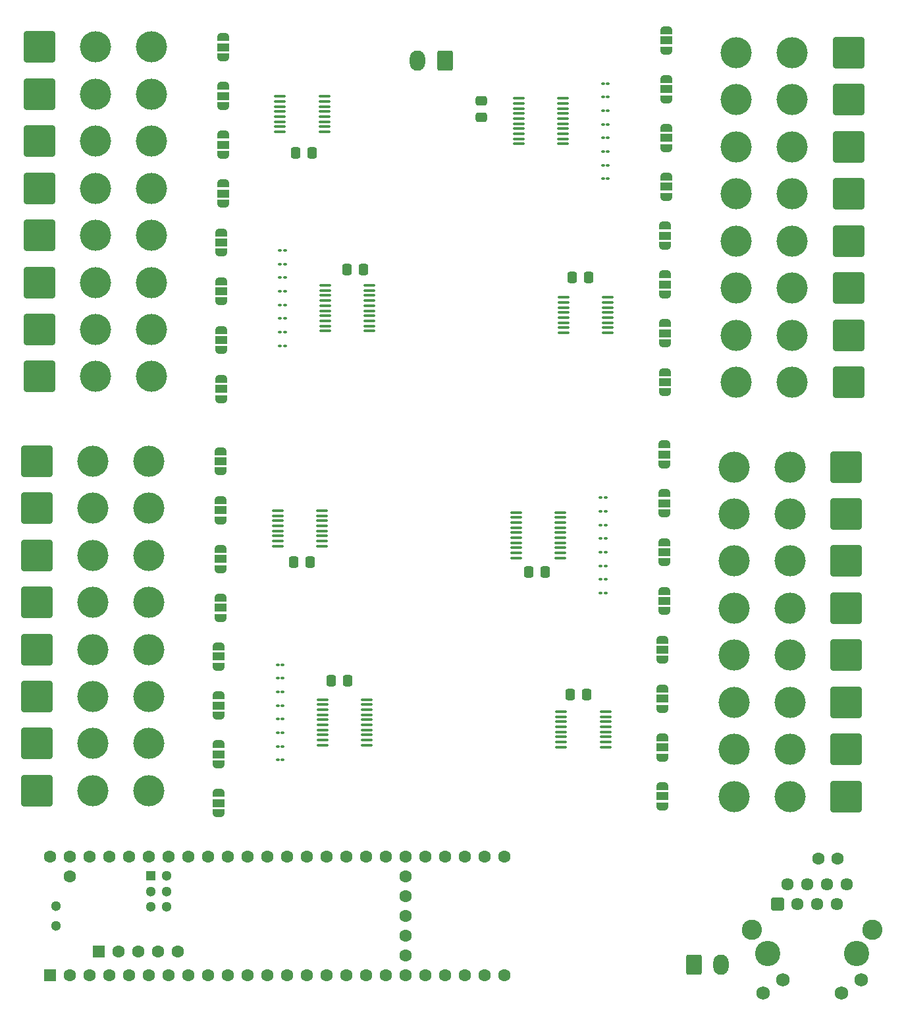
<source format=gbr>
%TF.GenerationSoftware,KiCad,Pcbnew,7.0.10*%
%TF.CreationDate,2024-02-22T16:17:49+01:00*%
%TF.ProjectId,PCB,5043422e-6b69-4636-9164-5f7063625858,rev?*%
%TF.SameCoordinates,Original*%
%TF.FileFunction,Soldermask,Top*%
%TF.FilePolarity,Negative*%
%FSLAX46Y46*%
G04 Gerber Fmt 4.6, Leading zero omitted, Abs format (unit mm)*
G04 Created by KiCad (PCBNEW 7.0.10) date 2024-02-22 16:17:49*
%MOMM*%
%LPD*%
G01*
G04 APERTURE LIST*
G04 Aperture macros list*
%AMRoundRect*
0 Rectangle with rounded corners*
0 $1 Rounding radius*
0 $2 $3 $4 $5 $6 $7 $8 $9 X,Y pos of 4 corners*
0 Add a 4 corners polygon primitive as box body*
4,1,4,$2,$3,$4,$5,$6,$7,$8,$9,$2,$3,0*
0 Add four circle primitives for the rounded corners*
1,1,$1+$1,$2,$3*
1,1,$1+$1,$4,$5*
1,1,$1+$1,$6,$7*
1,1,$1+$1,$8,$9*
0 Add four rect primitives between the rounded corners*
20,1,$1+$1,$2,$3,$4,$5,0*
20,1,$1+$1,$4,$5,$6,$7,0*
20,1,$1+$1,$6,$7,$8,$9,0*
20,1,$1+$1,$8,$9,$2,$3,0*%
%AMFreePoly0*
4,1,19,0.550000,-0.750000,0.000000,-0.750000,0.000000,-0.744911,-0.071157,-0.744911,-0.207708,-0.704816,-0.327430,-0.627875,-0.420627,-0.520320,-0.479746,-0.390866,-0.500000,-0.250000,-0.500000,0.250000,-0.479746,0.390866,-0.420627,0.520320,-0.327430,0.627875,-0.207708,0.704816,-0.071157,0.744911,0.000000,0.744911,0.000000,0.750000,0.550000,0.750000,0.550000,-0.750000,0.550000,-0.750000,
$1*%
%AMFreePoly1*
4,1,19,0.000000,0.744911,0.071157,0.744911,0.207708,0.704816,0.327430,0.627875,0.420627,0.520320,0.479746,0.390866,0.500000,0.250000,0.500000,-0.250000,0.479746,-0.390866,0.420627,-0.520320,0.327430,-0.627875,0.207708,-0.704816,0.071157,-0.744911,0.000000,-0.744911,0.000000,-0.750000,-0.550000,-0.750000,-0.550000,0.750000,0.000000,0.750000,0.000000,0.744911,0.000000,0.744911,
$1*%
G04 Aperture macros list end*
%ADD10FreePoly0,90.000000*%
%ADD11R,1.500000X1.000000*%
%ADD12FreePoly1,90.000000*%
%ADD13RoundRect,0.250000X1.750000X1.750000X-1.750000X1.750000X-1.750000X-1.750000X1.750000X-1.750000X0*%
%ADD14C,4.000000*%
%ADD15RoundRect,0.100000X0.637500X0.100000X-0.637500X0.100000X-0.637500X-0.100000X0.637500X-0.100000X0*%
%ADD16RoundRect,0.100000X0.130000X0.100000X-0.130000X0.100000X-0.130000X-0.100000X0.130000X-0.100000X0*%
%ADD17RoundRect,0.250000X-0.750000X-1.050000X0.750000X-1.050000X0.750000X1.050000X-0.750000X1.050000X0*%
%ADD18O,2.000000X2.600000*%
%ADD19RoundRect,0.250000X-1.750000X-1.750000X1.750000X-1.750000X1.750000X1.750000X-1.750000X1.750000X0*%
%ADD20C,1.600000*%
%ADD21RoundRect,0.250000X-0.337500X-0.475000X0.337500X-0.475000X0.337500X0.475000X-0.337500X0.475000X0*%
%ADD22RoundRect,0.100000X-0.130000X-0.100000X0.130000X-0.100000X0.130000X0.100000X-0.130000X0.100000X0*%
%ADD23FreePoly0,270.000000*%
%ADD24FreePoly1,270.000000*%
%ADD25RoundRect,0.250000X0.750000X1.050000X-0.750000X1.050000X-0.750000X-1.050000X0.750000X-1.050000X0*%
%ADD26RoundRect,0.250000X0.337500X0.475000X-0.337500X0.475000X-0.337500X-0.475000X0.337500X-0.475000X0*%
%ADD27RoundRect,0.100000X-0.637500X-0.100000X0.637500X-0.100000X0.637500X0.100000X-0.637500X0.100000X0*%
%ADD28C,3.250000*%
%ADD29RoundRect,0.102000X-0.704000X-0.704000X0.704000X-0.704000X0.704000X0.704000X-0.704000X0.704000X0*%
%ADD30C,1.612000*%
%ADD31C,1.734000*%
%ADD32C,2.604000*%
%ADD33RoundRect,0.250000X-0.475000X0.337500X-0.475000X-0.337500X0.475000X-0.337500X0.475000X0.337500X0*%
%ADD34R,1.600000X1.600000*%
%ADD35R,1.300000X1.300000*%
%ADD36C,1.300000*%
G04 APERTURE END LIST*
D10*
%TO.C,JP29*%
X40962500Y-42880000D03*
D11*
X40962500Y-41580000D03*
D12*
X40962500Y-40280000D03*
%TD*%
D13*
%TO.C,J9*%
X121021000Y-76690900D03*
D14*
X113821000Y-76690900D03*
X106621000Y-76690900D03*
%TD*%
D15*
%TO.C,U4*%
X90101500Y-112681400D03*
X90101500Y-112031400D03*
X90101500Y-111381400D03*
X90101500Y-110731400D03*
X90101500Y-110081400D03*
X90101500Y-109431400D03*
X90101500Y-108781400D03*
X90101500Y-108131400D03*
X84376500Y-108131400D03*
X84376500Y-108781400D03*
X84376500Y-109431400D03*
X84376500Y-110081400D03*
X84376500Y-110731400D03*
X84376500Y-111381400D03*
X84376500Y-112031400D03*
X84376500Y-112681400D03*
%TD*%
D16*
%TO.C,R28*%
X48900000Y-55875600D03*
X48260000Y-55875600D03*
%TD*%
%TO.C,R19*%
X48577500Y-110841000D03*
X47937500Y-110841000D03*
%TD*%
D17*
%TO.C,+5V1*%
X101478000Y-140630000D03*
D18*
X104978000Y-140630000D03*
%TD*%
D10*
%TO.C,JP23*%
X40640000Y-83549100D03*
D11*
X40640000Y-82249100D03*
D12*
X40640000Y-80949100D03*
%TD*%
D16*
%TO.C,R23*%
X48577500Y-103841000D03*
X47937500Y-103841000D03*
%TD*%
D19*
%TO.C,J29*%
X17340500Y-40882100D03*
D14*
X24540500Y-40882100D03*
X31740500Y-40882100D03*
%TD*%
D16*
%TO.C,R25*%
X48900000Y-61125600D03*
X48260000Y-61125600D03*
%TD*%
D10*
%TO.C,JP26*%
X40714500Y-61699400D03*
D11*
X40714500Y-60399400D03*
D12*
X40714500Y-59099400D03*
%TD*%
D20*
%TO.C,C1*%
X117459000Y-127000000D03*
X119959000Y-127000000D03*
%TD*%
D21*
%TO.C,C8*%
X56874500Y-51308000D03*
X58949500Y-51308000D03*
%TD*%
D22*
%TO.C,R16*%
X89461500Y-92897400D03*
X90101500Y-92897400D03*
%TD*%
D13*
%TO.C,J7*%
X121343500Y-59775500D03*
D14*
X114143500Y-59775500D03*
X106943500Y-59775500D03*
%TD*%
D19*
%TO.C,J18*%
X17018000Y-112247500D03*
D14*
X24218000Y-112247500D03*
X31418000Y-112247500D03*
%TD*%
D16*
%TO.C,R26*%
X48900000Y-59375600D03*
X48260000Y-59375600D03*
%TD*%
D19*
%TO.C,J31*%
X17340500Y-28782100D03*
D14*
X24540500Y-28782100D03*
X31740500Y-28782100D03*
%TD*%
D23*
%TO.C,JP10*%
X97647000Y-80073600D03*
D11*
X97647000Y-81373600D03*
D24*
X97647000Y-82673600D03*
%TD*%
D10*
%TO.C,JP25*%
X40714500Y-67972600D03*
D11*
X40714500Y-66672600D03*
D12*
X40714500Y-65372600D03*
%TD*%
D13*
%TO.C,J3*%
X121343500Y-35575500D03*
D14*
X114143500Y-35575500D03*
X106943500Y-35575500D03*
%TD*%
D13*
%TO.C,J5*%
X121343500Y-47675500D03*
D14*
X114143500Y-47675500D03*
X106943500Y-47675500D03*
%TD*%
D22*
%TO.C,R10*%
X89461500Y-82397400D03*
X90101500Y-82397400D03*
%TD*%
D19*
%TO.C,J19*%
X17018000Y-106197500D03*
D14*
X24218000Y-106197500D03*
X31418000Y-106197500D03*
%TD*%
D13*
%TO.C,J10*%
X121021000Y-82740900D03*
D14*
X113821000Y-82740900D03*
X106621000Y-82740900D03*
%TD*%
D23*
%TO.C,JP13*%
X97399000Y-98893000D03*
D11*
X97399000Y-100193000D03*
D24*
X97399000Y-101493000D03*
%TD*%
D25*
%TO.C,LED_PWR_IN1*%
X69464000Y-24470000D03*
D18*
X65964000Y-24470000D03*
%TD*%
D22*
%TO.C,R14*%
X89461500Y-89397400D03*
X90101500Y-89397400D03*
%TD*%
D10*
%TO.C,JP32*%
X40962500Y-24060600D03*
D11*
X40962500Y-22760600D03*
D12*
X40962500Y-21460600D03*
%TD*%
D10*
%TO.C,JP24*%
X40640000Y-77276000D03*
D11*
X40640000Y-75976000D03*
D12*
X40640000Y-74676000D03*
%TD*%
D23*
%TO.C,JP2*%
X97969500Y-26858100D03*
D11*
X97969500Y-28158100D03*
D24*
X97969500Y-29458100D03*
%TD*%
D10*
%TO.C,JP19*%
X40392000Y-108641700D03*
D11*
X40392000Y-107341700D03*
D12*
X40392000Y-106041700D03*
%TD*%
D13*
%TO.C,J2*%
X121343500Y-29525500D03*
D14*
X114143500Y-29525500D03*
X106943500Y-29525500D03*
%TD*%
D23*
%TO.C,JP15*%
X97399000Y-111439300D03*
D11*
X97399000Y-112739300D03*
D24*
X97399000Y-114039300D03*
%TD*%
D15*
%TO.C,U9*%
X59758500Y-59224600D03*
X59758500Y-58574600D03*
X59758500Y-57924600D03*
X59758500Y-57274600D03*
X59758500Y-56624600D03*
X59758500Y-55974600D03*
X59758500Y-55324600D03*
X59758500Y-54674600D03*
X59758500Y-54024600D03*
X59758500Y-53374600D03*
X54033500Y-53374600D03*
X54033500Y-54024600D03*
X54033500Y-54674600D03*
X54033500Y-55324600D03*
X54033500Y-55974600D03*
X54033500Y-56624600D03*
X54033500Y-57274600D03*
X54033500Y-57924600D03*
X54033500Y-58574600D03*
X54033500Y-59224600D03*
%TD*%
D23*
%TO.C,JP8*%
X97721500Y-64497000D03*
D11*
X97721500Y-65797000D03*
D24*
X97721500Y-67097000D03*
%TD*%
D26*
%TO.C,C6*%
X82317500Y-90170000D03*
X80242500Y-90170000D03*
%TD*%
D19*
%TO.C,J20*%
X17018000Y-100147500D03*
D14*
X24218000Y-100147500D03*
X31418000Y-100147500D03*
%TD*%
D16*
%TO.C,R32*%
X48900000Y-48875600D03*
X48260000Y-48875600D03*
%TD*%
D22*
%TO.C,R11*%
X89461500Y-84147400D03*
X90101500Y-84147400D03*
%TD*%
D16*
%TO.C,R30*%
X48900000Y-52375600D03*
X48260000Y-52375600D03*
%TD*%
D10*
%TO.C,JP30*%
X40962500Y-36606800D03*
D11*
X40962500Y-35306800D03*
D12*
X40962500Y-34006800D03*
%TD*%
D13*
%TO.C,J4*%
X121343500Y-41625500D03*
D14*
X114143500Y-41625500D03*
X106943500Y-41625500D03*
%TD*%
D22*
%TO.C,R7*%
X89784000Y-37932000D03*
X90424000Y-37932000D03*
%TD*%
D13*
%TO.C,J6*%
X121343500Y-53725500D03*
D14*
X114143500Y-53725500D03*
X106943500Y-53725500D03*
%TD*%
D27*
%TO.C,U3*%
X78925500Y-29333000D03*
X78925500Y-29983000D03*
X78925500Y-30633000D03*
X78925500Y-31283000D03*
X78925500Y-31933000D03*
X78925500Y-32583000D03*
X78925500Y-33233000D03*
X78925500Y-33883000D03*
X78925500Y-34533000D03*
X78925500Y-35183000D03*
X84650500Y-35183000D03*
X84650500Y-34533000D03*
X84650500Y-33883000D03*
X84650500Y-33233000D03*
X84650500Y-32583000D03*
X84650500Y-31933000D03*
X84650500Y-31283000D03*
X84650500Y-30633000D03*
X84650500Y-29983000D03*
X84650500Y-29333000D03*
%TD*%
D13*
%TO.C,J13*%
X121021000Y-100890900D03*
D14*
X113821000Y-100890900D03*
X106621000Y-100890900D03*
%TD*%
D10*
%TO.C,JP27*%
X40714500Y-55426300D03*
D11*
X40714500Y-54126300D03*
D12*
X40714500Y-52826300D03*
%TD*%
D13*
%TO.C,J14*%
X121021000Y-106940900D03*
D14*
X113821000Y-106940900D03*
X106621000Y-106940900D03*
%TD*%
D22*
%TO.C,R4*%
X89784000Y-32682000D03*
X90424000Y-32682000D03*
%TD*%
D19*
%TO.C,J24*%
X17018000Y-75947500D03*
D14*
X24218000Y-75947500D03*
X31418000Y-75947500D03*
%TD*%
D28*
%TO.C,P1*%
X110995000Y-139194000D03*
X122425000Y-139194000D03*
D29*
X112265000Y-132844000D03*
D30*
X113535000Y-130304000D03*
X114805000Y-132844000D03*
X116075000Y-130304000D03*
X117345000Y-132844000D03*
X118615000Y-130304000D03*
X119885000Y-132844000D03*
X121155000Y-130304000D03*
D31*
X110385000Y-144274000D03*
X112952000Y-142574000D03*
X120468000Y-144274000D03*
X123035000Y-142574000D03*
D32*
X108960000Y-136144000D03*
X124460000Y-136144000D03*
%TD*%
D27*
%TO.C,U6*%
X47937500Y-82307000D03*
X47937500Y-82957000D03*
X47937500Y-83607000D03*
X47937500Y-84257000D03*
X47937500Y-84907000D03*
X47937500Y-85557000D03*
X47937500Y-86207000D03*
X47937500Y-86857000D03*
X53662500Y-86857000D03*
X53662500Y-86207000D03*
X53662500Y-85557000D03*
X53662500Y-84907000D03*
X53662500Y-84257000D03*
X53662500Y-83607000D03*
X53662500Y-82957000D03*
X53662500Y-82307000D03*
%TD*%
D23*
%TO.C,JP7*%
X97721500Y-58223900D03*
D11*
X97721500Y-59523900D03*
D24*
X97721500Y-60823900D03*
%TD*%
D13*
%TO.C,J1*%
X121343500Y-23475500D03*
D14*
X114143500Y-23475500D03*
X106943500Y-23475500D03*
%TD*%
D22*
%TO.C,R6*%
X89784000Y-36182000D03*
X90424000Y-36182000D03*
%TD*%
D10*
%TO.C,JP20*%
X40392000Y-102368600D03*
D11*
X40392000Y-101068600D03*
D12*
X40392000Y-99768600D03*
%TD*%
D22*
%TO.C,R9*%
X89461500Y-80647400D03*
X90101500Y-80647400D03*
%TD*%
%TO.C,R8*%
X89784000Y-39682000D03*
X90424000Y-39682000D03*
%TD*%
D23*
%TO.C,JP16*%
X97399000Y-117712400D03*
D11*
X97399000Y-119012400D03*
D24*
X97399000Y-120312400D03*
%TD*%
D23*
%TO.C,JP3*%
X97969500Y-33131300D03*
D11*
X97969500Y-34431300D03*
D24*
X97969500Y-35731300D03*
%TD*%
D16*
%TO.C,R17*%
X48577500Y-114341000D03*
X47937500Y-114341000D03*
%TD*%
D19*
%TO.C,J22*%
X17018000Y-88047500D03*
D14*
X24218000Y-88047500D03*
X31418000Y-88047500D03*
%TD*%
D33*
%TO.C,C2*%
X74168000Y-29696500D03*
X74168000Y-31771500D03*
%TD*%
D19*
%TO.C,J21*%
X17018000Y-94097500D03*
D14*
X24218000Y-94097500D03*
X31418000Y-94097500D03*
%TD*%
D23*
%TO.C,JP4*%
X97969500Y-39404400D03*
D11*
X97969500Y-40704400D03*
D24*
X97969500Y-42004400D03*
%TD*%
D10*
%TO.C,JP31*%
X40962500Y-30333700D03*
D11*
X40962500Y-29033700D03*
D12*
X40962500Y-27733700D03*
%TD*%
D15*
%TO.C,U7*%
X59436000Y-112440000D03*
X59436000Y-111790000D03*
X59436000Y-111140000D03*
X59436000Y-110490000D03*
X59436000Y-109840000D03*
X59436000Y-109190000D03*
X59436000Y-108540000D03*
X59436000Y-107890000D03*
X59436000Y-107240000D03*
X59436000Y-106590000D03*
X53711000Y-106590000D03*
X53711000Y-107240000D03*
X53711000Y-107890000D03*
X53711000Y-108540000D03*
X53711000Y-109190000D03*
X53711000Y-109840000D03*
X53711000Y-110490000D03*
X53711000Y-111140000D03*
X53711000Y-111790000D03*
X53711000Y-112440000D03*
%TD*%
D16*
%TO.C,R31*%
X48900000Y-50625600D03*
X48260000Y-50625600D03*
%TD*%
D22*
%TO.C,R3*%
X89784000Y-30932000D03*
X90424000Y-30932000D03*
%TD*%
D16*
%TO.C,R21*%
X48577500Y-107341000D03*
X47937500Y-107341000D03*
%TD*%
D22*
%TO.C,R1*%
X89784000Y-27432000D03*
X90424000Y-27432000D03*
%TD*%
D19*
%TO.C,J26*%
X17340500Y-59032100D03*
D14*
X24540500Y-59032100D03*
X31740500Y-59032100D03*
%TD*%
D23*
%TO.C,JP5*%
X97721500Y-45677600D03*
D11*
X97721500Y-46977600D03*
D24*
X97721500Y-48277600D03*
%TD*%
D22*
%TO.C,R15*%
X89461500Y-91147400D03*
X90101500Y-91147400D03*
%TD*%
D13*
%TO.C,J8*%
X121343500Y-65825500D03*
D14*
X114143500Y-65825500D03*
X106943500Y-65825500D03*
%TD*%
D13*
%TO.C,J12*%
X121021000Y-94840900D03*
D14*
X113821000Y-94840900D03*
X106621000Y-94840900D03*
%TD*%
D10*
%TO.C,JP21*%
X40640000Y-96095400D03*
D11*
X40640000Y-94795400D03*
D12*
X40640000Y-93495400D03*
%TD*%
D16*
%TO.C,R20*%
X48577500Y-109091000D03*
X47937500Y-109091000D03*
%TD*%
D21*
%TO.C,C7*%
X87651500Y-105918000D03*
X85576500Y-105918000D03*
%TD*%
D22*
%TO.C,R13*%
X89461500Y-87647400D03*
X90101500Y-87647400D03*
%TD*%
%TO.C,R12*%
X89461500Y-85897400D03*
X90101500Y-85897400D03*
%TD*%
D10*
%TO.C,JP28*%
X40714500Y-49153100D03*
D11*
X40714500Y-47853100D03*
D12*
X40714500Y-46553100D03*
%TD*%
D19*
%TO.C,J25*%
X17340500Y-65082100D03*
D14*
X24540500Y-65082100D03*
X31740500Y-65082100D03*
%TD*%
D19*
%TO.C,J27*%
X17340500Y-52982100D03*
D14*
X24540500Y-52982100D03*
X31740500Y-52982100D03*
%TD*%
D23*
%TO.C,JP12*%
X97647000Y-92619900D03*
D11*
X97647000Y-93919900D03*
D24*
X97647000Y-95219900D03*
%TD*%
D19*
%TO.C,J17*%
X17018000Y-118297500D03*
D14*
X24218000Y-118297500D03*
X31418000Y-118297500D03*
%TD*%
D23*
%TO.C,JP11*%
X97647000Y-86346700D03*
D11*
X97647000Y-87646700D03*
D24*
X97647000Y-88946700D03*
%TD*%
D23*
%TO.C,JP14*%
X97399000Y-105166200D03*
D11*
X97399000Y-106466200D03*
D24*
X97399000Y-107766200D03*
%TD*%
D19*
%TO.C,J23*%
X17018000Y-81997500D03*
D14*
X24218000Y-81997500D03*
X31418000Y-81997500D03*
%TD*%
D10*
%TO.C,JP22*%
X40640000Y-89822300D03*
D11*
X40640000Y-88522300D03*
D12*
X40640000Y-87222300D03*
%TD*%
D23*
%TO.C,JP1*%
X97969500Y-20585000D03*
D11*
X97969500Y-21885000D03*
D24*
X97969500Y-23185000D03*
%TD*%
D34*
%TO.C,U1*%
X18690000Y-142020000D03*
D20*
X21230000Y-142020000D03*
X23770000Y-142020000D03*
X26310000Y-142020000D03*
X28850000Y-142020000D03*
X31390000Y-142020000D03*
X33930000Y-142020000D03*
X36470000Y-142020000D03*
X39010000Y-142020000D03*
X41550000Y-142020000D03*
X44090000Y-142020000D03*
X46630000Y-142020000D03*
X49170000Y-142020000D03*
X51710000Y-142020000D03*
X54250000Y-142020000D03*
X56790000Y-142020000D03*
X59330000Y-142020000D03*
X61870000Y-142020000D03*
X64410000Y-142020000D03*
X66950000Y-142020000D03*
X69490000Y-142020000D03*
X72030000Y-142020000D03*
X74570000Y-142020000D03*
X77110000Y-142020000D03*
X77110000Y-126780000D03*
X74570000Y-126780000D03*
X72030000Y-126780000D03*
X69490000Y-126780000D03*
X66950000Y-126780000D03*
X64410000Y-126780000D03*
X61870000Y-126780000D03*
X59330000Y-126780000D03*
X56790000Y-126780000D03*
X54250000Y-126780000D03*
X51710000Y-126780000D03*
X49170000Y-126780000D03*
X46630000Y-126780000D03*
X44090000Y-126780000D03*
X41550000Y-126780000D03*
X39010000Y-126780000D03*
X36470000Y-126780000D03*
X33930000Y-126780000D03*
X31390000Y-126780000D03*
X28850000Y-126780000D03*
X26310000Y-126780000D03*
X23770000Y-126780000D03*
X21230000Y-126780000D03*
X18690000Y-126780000D03*
X21230000Y-129320000D03*
X64410000Y-139480000D03*
X64410000Y-136940000D03*
X64410000Y-134400000D03*
X64410000Y-131860000D03*
X64410000Y-129320000D03*
D34*
X24989200Y-138969200D03*
D20*
X27529200Y-138969200D03*
X30069200Y-138969200D03*
X32609200Y-138969200D03*
X35149200Y-138969200D03*
D35*
X31660000Y-129218400D03*
D36*
X31660000Y-131218400D03*
X31660000Y-133218400D03*
X33660000Y-133218400D03*
X33660000Y-131218400D03*
X33660000Y-129218400D03*
X19420000Y-133130000D03*
X19420000Y-135670000D03*
%TD*%
D10*
%TO.C,JP18*%
X40392000Y-114914900D03*
D11*
X40392000Y-113614900D03*
D12*
X40392000Y-112314900D03*
%TD*%
D22*
%TO.C,R5*%
X89784000Y-34432000D03*
X90424000Y-34432000D03*
%TD*%
D21*
%TO.C,C4*%
X54842500Y-104140000D03*
X56917500Y-104140000D03*
%TD*%
D22*
%TO.C,R2*%
X89784000Y-29182000D03*
X90424000Y-29182000D03*
%TD*%
D26*
%TO.C,C9*%
X52345500Y-36322000D03*
X50270500Y-36322000D03*
%TD*%
D10*
%TO.C,JP17*%
X40392000Y-121188000D03*
D11*
X40392000Y-119888000D03*
D12*
X40392000Y-118588000D03*
%TD*%
D15*
%TO.C,U2*%
X90424000Y-59466000D03*
X90424000Y-58816000D03*
X90424000Y-58166000D03*
X90424000Y-57516000D03*
X90424000Y-56866000D03*
X90424000Y-56216000D03*
X90424000Y-55566000D03*
X90424000Y-54916000D03*
X84699000Y-54916000D03*
X84699000Y-55566000D03*
X84699000Y-56216000D03*
X84699000Y-56866000D03*
X84699000Y-57516000D03*
X84699000Y-58166000D03*
X84699000Y-58816000D03*
X84699000Y-59466000D03*
%TD*%
D26*
%TO.C,C5*%
X52091500Y-88900000D03*
X50016500Y-88900000D03*
%TD*%
D13*
%TO.C,J15*%
X121021000Y-112990900D03*
D14*
X113821000Y-112990900D03*
X106621000Y-112990900D03*
%TD*%
D16*
%TO.C,R18*%
X48577500Y-112591000D03*
X47937500Y-112591000D03*
%TD*%
D19*
%TO.C,J32*%
X17340500Y-22732100D03*
D14*
X24540500Y-22732100D03*
X31740500Y-22732100D03*
%TD*%
D16*
%TO.C,R22*%
X48577500Y-105591000D03*
X47937500Y-105591000D03*
%TD*%
D13*
%TO.C,J16*%
X121021000Y-119040900D03*
D14*
X113821000Y-119040900D03*
X106621000Y-119040900D03*
%TD*%
D19*
%TO.C,J30*%
X17340500Y-34832100D03*
D14*
X24540500Y-34832100D03*
X31740500Y-34832100D03*
%TD*%
D16*
%TO.C,R24*%
X48577500Y-102091000D03*
X47937500Y-102091000D03*
%TD*%
D23*
%TO.C,JP9*%
X97647000Y-73800400D03*
D11*
X97647000Y-75100400D03*
D24*
X97647000Y-76400400D03*
%TD*%
D16*
%TO.C,R27*%
X48900000Y-57625600D03*
X48260000Y-57625600D03*
%TD*%
D13*
%TO.C,J11*%
X121021000Y-88790900D03*
D14*
X113821000Y-88790900D03*
X106621000Y-88790900D03*
%TD*%
D27*
%TO.C,U5*%
X78603000Y-82548400D03*
X78603000Y-83198400D03*
X78603000Y-83848400D03*
X78603000Y-84498400D03*
X78603000Y-85148400D03*
X78603000Y-85798400D03*
X78603000Y-86448400D03*
X78603000Y-87098400D03*
X78603000Y-87748400D03*
X78603000Y-88398400D03*
X84328000Y-88398400D03*
X84328000Y-87748400D03*
X84328000Y-87098400D03*
X84328000Y-86448400D03*
X84328000Y-85798400D03*
X84328000Y-85148400D03*
X84328000Y-84498400D03*
X84328000Y-83848400D03*
X84328000Y-83198400D03*
X84328000Y-82548400D03*
%TD*%
D16*
%TO.C,R29*%
X48900000Y-54125600D03*
X48260000Y-54125600D03*
%TD*%
D23*
%TO.C,JP6*%
X97721500Y-51950700D03*
D11*
X97721500Y-53250700D03*
D24*
X97721500Y-54550700D03*
%TD*%
D27*
%TO.C,U8*%
X48260000Y-29091600D03*
X48260000Y-29741600D03*
X48260000Y-30391600D03*
X48260000Y-31041600D03*
X48260000Y-31691600D03*
X48260000Y-32341600D03*
X48260000Y-32991600D03*
X48260000Y-33641600D03*
X53985000Y-33641600D03*
X53985000Y-32991600D03*
X53985000Y-32341600D03*
X53985000Y-31691600D03*
X53985000Y-31041600D03*
X53985000Y-30391600D03*
X53985000Y-29741600D03*
X53985000Y-29091600D03*
%TD*%
D21*
%TO.C,C3*%
X85852000Y-52324000D03*
X87927000Y-52324000D03*
%TD*%
D19*
%TO.C,J28*%
X17340500Y-46932100D03*
D14*
X24540500Y-46932100D03*
X31740500Y-46932100D03*
%TD*%
M02*

</source>
